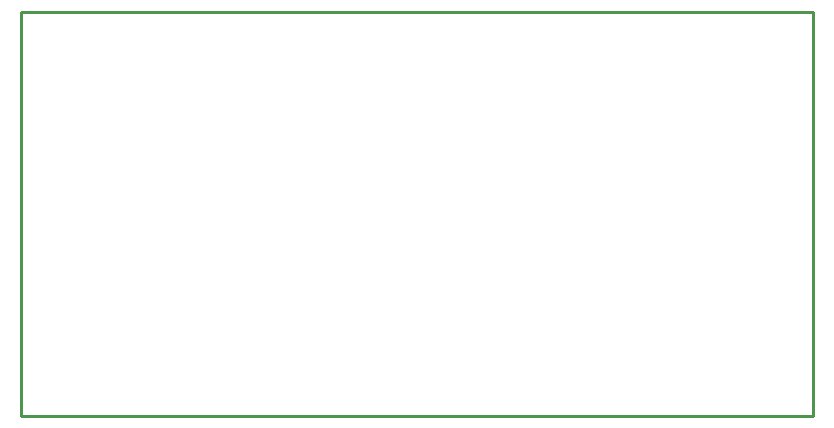
<source format=gko>
G04 ---------------------------- Layer name :KeepOutLayer*
G04 EasyEDA v5.3.14, Thu, 29 Mar 2018 20:23:58 GMT*
G04 Gerber Generator version 0.2*
G04 Scale: 100 percent, Rotated: No, Reflected: No *
G04 Dimensions in millimeters *
G04 leading zeros omitted , absolute positions ,3 integer and 3 decimal *
%FSLAX33Y33*%
%MOMM*%
G90*
G71D02*

%ADD10C,0.254000*%
G54D10*
G01X66999Y34250D02*
G01X67000Y0D01*
G01X0Y0D01*
G01X0Y16002D01*
G01X0Y34250D01*
G01X66999Y34250D01*

%LPD*%
M00*
M02*

</source>
